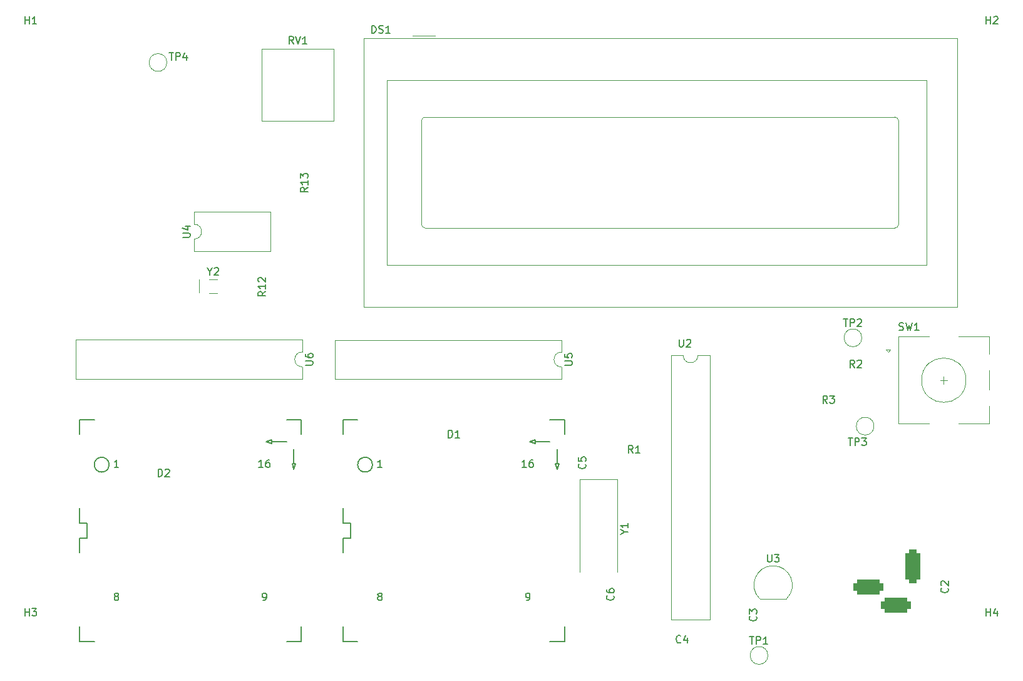
<source format=gbr>
%TF.GenerationSoftware,KiCad,Pcbnew,(6.0.5)*%
%TF.CreationDate,2022-07-17T13:29:05-04:00*%
%TF.ProjectId,Clock,436c6f63-6b2e-46b6-9963-61645f706362,rev?*%
%TF.SameCoordinates,PX4c4b400PY8a48640*%
%TF.FileFunction,Legend,Top*%
%TF.FilePolarity,Positive*%
%FSLAX46Y46*%
G04 Gerber Fmt 4.6, Leading zero omitted, Abs format (unit mm)*
G04 Created by KiCad (PCBNEW (6.0.5)) date 2022-07-17 13:29:05*
%MOMM*%
%LPD*%
G01*
G04 APERTURE LIST*
G04 Aperture macros list*
%AMRoundRect*
0 Rectangle with rounded corners*
0 $1 Rounding radius*
0 $2 $3 $4 $5 $6 $7 $8 $9 X,Y pos of 4 corners*
0 Add a 4 corners polygon primitive as box body*
4,1,4,$2,$3,$4,$5,$6,$7,$8,$9,$2,$3,0*
0 Add four circle primitives for the rounded corners*
1,1,$1+$1,$2,$3*
1,1,$1+$1,$4,$5*
1,1,$1+$1,$6,$7*
1,1,$1+$1,$8,$9*
0 Add four rect primitives between the rounded corners*
20,1,$1+$1,$2,$3,$4,$5,0*
20,1,$1+$1,$4,$5,$6,$7,0*
20,1,$1+$1,$6,$7,$8,$9,0*
20,1,$1+$1,$8,$9,$2,$3,0*%
G04 Aperture macros list end*
%ADD10C,0.150000*%
%ADD11C,0.120000*%
%ADD12C,3.200000*%
%ADD13R,2.000000X2.000000*%
%ADD14C,2.000000*%
%ADD15R,1.000000X1.800000*%
%ADD16R,1.150000X1.400000*%
%ADD17R,1.600000X1.600000*%
%ADD18O,1.600000X1.600000*%
%ADD19R,1.400000X1.150000*%
%ADD20C,1.524000*%
%ADD21R,2.000000X4.500000*%
%ADD22C,3.000000*%
%ADD23R,1.800000X2.600000*%
%ADD24O,1.800000X2.600000*%
%ADD25C,1.440000*%
%ADD26R,1.050000X1.500000*%
%ADD27O,1.050000X1.500000*%
%ADD28RoundRect,0.500000X0.500000X-1.750000X0.500000X1.750000X-0.500000X1.750000X-0.500000X-1.750000X0*%
%ADD29RoundRect,0.500000X1.500000X0.500000X-1.500000X0.500000X-1.500000X-0.500000X1.500000X-0.500000X0*%
%ADD30R,3.000000X3.000000*%
%ADD31R,1.700000X1.700000*%
%ADD32O,1.700000X1.700000*%
G04 APERTURE END LIST*
D10*
%TO.C,SW1*%
X122466666Y47395239D02*
X122609523Y47347620D01*
X122847619Y47347620D01*
X122942857Y47395239D01*
X122990476Y47442858D01*
X123038095Y47538096D01*
X123038095Y47633334D01*
X122990476Y47728572D01*
X122942857Y47776191D01*
X122847619Y47823810D01*
X122657142Y47871429D01*
X122561904Y47919048D01*
X122514285Y47966667D01*
X122466666Y48061905D01*
X122466666Y48157143D01*
X122514285Y48252381D01*
X122561904Y48300000D01*
X122657142Y48347620D01*
X122895238Y48347620D01*
X123038095Y48300000D01*
X123371428Y48347620D02*
X123609523Y47347620D01*
X123800000Y48061905D01*
X123990476Y47347620D01*
X124228571Y48347620D01*
X125133333Y47347620D02*
X124561904Y47347620D01*
X124847619Y47347620D02*
X124847619Y48347620D01*
X124752380Y48204762D01*
X124657142Y48109524D01*
X124561904Y48061905D01*
%TO.C,Y2*%
X29241809Y55269810D02*
X29241809Y54793620D01*
X28908476Y55793620D02*
X29241809Y55269810D01*
X29575142Y55793620D01*
X29860857Y55698381D02*
X29908476Y55746000D01*
X30003714Y55793620D01*
X30241809Y55793620D01*
X30337047Y55746000D01*
X30384666Y55698381D01*
X30432285Y55603143D01*
X30432285Y55507905D01*
X30384666Y55365048D01*
X29813238Y54793620D01*
X30432285Y54793620D01*
%TO.C,R1*%
X86457333Y30754620D02*
X86124000Y31230810D01*
X85885904Y30754620D02*
X85885904Y31754620D01*
X86266857Y31754620D01*
X86362095Y31707000D01*
X86409714Y31659381D01*
X86457333Y31564143D01*
X86457333Y31421286D01*
X86409714Y31326048D01*
X86362095Y31278429D01*
X86266857Y31230810D01*
X85885904Y31230810D01*
X87409714Y30754620D02*
X86838285Y30754620D01*
X87124000Y30754620D02*
X87124000Y31754620D01*
X87028761Y31611762D01*
X86933523Y31516524D01*
X86838285Y31468905D01*
%TO.C,H4*%
X134238095Y8747620D02*
X134238095Y9747620D01*
X134238095Y9271429D02*
X134809523Y9271429D01*
X134809523Y8747620D02*
X134809523Y9747620D01*
X135714285Y9414286D02*
X135714285Y8747620D01*
X135476190Y9795239D02*
X135238095Y9080953D01*
X135857142Y9080953D01*
%TO.C,U5*%
X77235380Y42628096D02*
X78044904Y42628096D01*
X78140142Y42675715D01*
X78187761Y42723334D01*
X78235380Y42818572D01*
X78235380Y43009048D01*
X78187761Y43104286D01*
X78140142Y43151905D01*
X78044904Y43199524D01*
X77235380Y43199524D01*
X77235380Y44151905D02*
X77235380Y43675715D01*
X77711571Y43628096D01*
X77663952Y43675715D01*
X77616333Y43770953D01*
X77616333Y44009048D01*
X77663952Y44104286D01*
X77711571Y44151905D01*
X77806809Y44199524D01*
X78044904Y44199524D01*
X78140142Y44151905D01*
X78187761Y44104286D01*
X78235380Y44009048D01*
X78235380Y43770953D01*
X78187761Y43675715D01*
X78140142Y43628096D01*
%TO.C,C6*%
X83805142Y11483334D02*
X83852761Y11435715D01*
X83900380Y11292858D01*
X83900380Y11197620D01*
X83852761Y11054762D01*
X83757523Y10959524D01*
X83662285Y10911905D01*
X83471809Y10864286D01*
X83328952Y10864286D01*
X83138476Y10911905D01*
X83043238Y10959524D01*
X82948000Y11054762D01*
X82900380Y11197620D01*
X82900380Y11292858D01*
X82948000Y11435715D01*
X82995619Y11483334D01*
X82900380Y12340477D02*
X82900380Y12150000D01*
X82948000Y12054762D01*
X82995619Y12007143D01*
X83138476Y11911905D01*
X83328952Y11864286D01*
X83709904Y11864286D01*
X83805142Y11911905D01*
X83852761Y11959524D01*
X83900380Y12054762D01*
X83900380Y12245239D01*
X83852761Y12340477D01*
X83805142Y12388096D01*
X83709904Y12435715D01*
X83471809Y12435715D01*
X83376571Y12388096D01*
X83328952Y12340477D01*
X83281333Y12245239D01*
X83281333Y12054762D01*
X83328952Y11959524D01*
X83376571Y11911905D01*
X83471809Y11864286D01*
%TO.C,D2*%
X22258904Y27580620D02*
X22258904Y28580620D01*
X22497000Y28580620D01*
X22639857Y28533000D01*
X22735095Y28437762D01*
X22782714Y28342524D01*
X22830333Y28152048D01*
X22830333Y28009191D01*
X22782714Y27818715D01*
X22735095Y27723477D01*
X22639857Y27628239D01*
X22497000Y27580620D01*
X22258904Y27580620D01*
X23211285Y28485381D02*
X23258904Y28533000D01*
X23354142Y28580620D01*
X23592238Y28580620D01*
X23687476Y28533000D01*
X23735095Y28485381D01*
X23782714Y28390143D01*
X23782714Y28294905D01*
X23735095Y28152048D01*
X23163666Y27580620D01*
X23782714Y27580620D01*
X36427523Y28833620D02*
X35856095Y28833620D01*
X36141809Y28833620D02*
X36141809Y29833620D01*
X36046571Y29690762D01*
X35951333Y29595524D01*
X35856095Y29547905D01*
X37284666Y29833620D02*
X37094190Y29833620D01*
X36998952Y29786000D01*
X36951333Y29738381D01*
X36856095Y29595524D01*
X36808476Y29405048D01*
X36808476Y29024096D01*
X36856095Y28928858D01*
X36903714Y28881239D01*
X36998952Y28833620D01*
X37189428Y28833620D01*
X37284666Y28881239D01*
X37332285Y28928858D01*
X37379904Y29024096D01*
X37379904Y29262191D01*
X37332285Y29357429D01*
X37284666Y29405048D01*
X37189428Y29452667D01*
X36998952Y29452667D01*
X36903714Y29405048D01*
X36856095Y29357429D01*
X36808476Y29262191D01*
X16522761Y11405048D02*
X16427523Y11452667D01*
X16379904Y11500286D01*
X16332285Y11595524D01*
X16332285Y11643143D01*
X16379904Y11738381D01*
X16427523Y11786000D01*
X16522761Y11833620D01*
X16713238Y11833620D01*
X16808476Y11786000D01*
X16856095Y11738381D01*
X16903714Y11643143D01*
X16903714Y11595524D01*
X16856095Y11500286D01*
X16808476Y11452667D01*
X16713238Y11405048D01*
X16522761Y11405048D01*
X16427523Y11357429D01*
X16379904Y11309810D01*
X16332285Y11214572D01*
X16332285Y11024096D01*
X16379904Y10928858D01*
X16427523Y10881239D01*
X16522761Y10833620D01*
X16713238Y10833620D01*
X16808476Y10881239D01*
X16856095Y10928858D01*
X16903714Y11024096D01*
X16903714Y11214572D01*
X16856095Y11309810D01*
X16808476Y11357429D01*
X16713238Y11405048D01*
X36427523Y10833620D02*
X36618000Y10833620D01*
X36713238Y10881239D01*
X36760857Y10928858D01*
X36856095Y11071715D01*
X36903714Y11262191D01*
X36903714Y11643143D01*
X36856095Y11738381D01*
X36808476Y11786000D01*
X36713238Y11833620D01*
X36522761Y11833620D01*
X36427523Y11786000D01*
X36379904Y11738381D01*
X36332285Y11643143D01*
X36332285Y11405048D01*
X36379904Y11309810D01*
X36427523Y11262191D01*
X36522761Y11214572D01*
X36713238Y11214572D01*
X36808476Y11262191D01*
X36856095Y11309810D01*
X36903714Y11405048D01*
X16903714Y28833620D02*
X16332285Y28833620D01*
X16618000Y28833620D02*
X16618000Y29833620D01*
X16522761Y29690762D01*
X16427523Y29595524D01*
X16332285Y29547905D01*
%TO.C,TP2*%
X114953095Y48866620D02*
X115524523Y48866620D01*
X115238809Y47866620D02*
X115238809Y48866620D01*
X115857857Y47866620D02*
X115857857Y48866620D01*
X116238809Y48866620D01*
X116334047Y48819000D01*
X116381666Y48771381D01*
X116429285Y48676143D01*
X116429285Y48533286D01*
X116381666Y48438048D01*
X116334047Y48390429D01*
X116238809Y48342810D01*
X115857857Y48342810D01*
X116810238Y48771381D02*
X116857857Y48819000D01*
X116953095Y48866620D01*
X117191190Y48866620D01*
X117286428Y48819000D01*
X117334047Y48771381D01*
X117381666Y48676143D01*
X117381666Y48580905D01*
X117334047Y48438048D01*
X116762619Y47866620D01*
X117381666Y47866620D01*
%TO.C,C3*%
X103109142Y8689334D02*
X103156761Y8641715D01*
X103204380Y8498858D01*
X103204380Y8403620D01*
X103156761Y8260762D01*
X103061523Y8165524D01*
X102966285Y8117905D01*
X102775809Y8070286D01*
X102632952Y8070286D01*
X102442476Y8117905D01*
X102347238Y8165524D01*
X102252000Y8260762D01*
X102204380Y8403620D01*
X102204380Y8498858D01*
X102252000Y8641715D01*
X102299619Y8689334D01*
X102204380Y9022667D02*
X102204380Y9641715D01*
X102585333Y9308381D01*
X102585333Y9451239D01*
X102632952Y9546477D01*
X102680571Y9594096D01*
X102775809Y9641715D01*
X103013904Y9641715D01*
X103109142Y9594096D01*
X103156761Y9546477D01*
X103204380Y9451239D01*
X103204380Y9165524D01*
X103156761Y9070286D01*
X103109142Y9022667D01*
%TO.C,C4*%
X92934333Y5195858D02*
X92886714Y5148239D01*
X92743857Y5100620D01*
X92648619Y5100620D01*
X92505761Y5148239D01*
X92410523Y5243477D01*
X92362904Y5338715D01*
X92315285Y5529191D01*
X92315285Y5672048D01*
X92362904Y5862524D01*
X92410523Y5957762D01*
X92505761Y6053000D01*
X92648619Y6100620D01*
X92743857Y6100620D01*
X92886714Y6053000D01*
X92934333Y6005381D01*
X93791476Y5767286D02*
X93791476Y5100620D01*
X93553380Y6148239D02*
X93315285Y5433953D01*
X93934333Y5433953D01*
%TO.C,R12*%
X36784380Y52575143D02*
X36308190Y52241810D01*
X36784380Y52003715D02*
X35784380Y52003715D01*
X35784380Y52384667D01*
X35832000Y52479905D01*
X35879619Y52527524D01*
X35974857Y52575143D01*
X36117714Y52575143D01*
X36212952Y52527524D01*
X36260571Y52479905D01*
X36308190Y52384667D01*
X36308190Y52003715D01*
X36784380Y53527524D02*
X36784380Y52956096D01*
X36784380Y53241810D02*
X35784380Y53241810D01*
X35927238Y53146572D01*
X36022476Y53051334D01*
X36070095Y52956096D01*
X35879619Y53908477D02*
X35832000Y53956096D01*
X35784380Y54051334D01*
X35784380Y54289429D01*
X35832000Y54384667D01*
X35879619Y54432286D01*
X35974857Y54479905D01*
X36070095Y54479905D01*
X36212952Y54432286D01*
X36784380Y53860858D01*
X36784380Y54479905D01*
%TO.C,Y1*%
X85324190Y20063810D02*
X85800380Y20063810D01*
X84800380Y19730477D02*
X85324190Y20063810D01*
X84800380Y20397143D01*
X85800380Y21254286D02*
X85800380Y20682858D01*
X85800380Y20968572D02*
X84800380Y20968572D01*
X84943238Y20873334D01*
X85038476Y20778096D01*
X85086095Y20682858D01*
%TO.C,TP1*%
X102253095Y5940620D02*
X102824523Y5940620D01*
X102538809Y4940620D02*
X102538809Y5940620D01*
X103157857Y4940620D02*
X103157857Y5940620D01*
X103538809Y5940620D01*
X103634047Y5893000D01*
X103681666Y5845381D01*
X103729285Y5750143D01*
X103729285Y5607286D01*
X103681666Y5512048D01*
X103634047Y5464429D01*
X103538809Y5416810D01*
X103157857Y5416810D01*
X104681666Y4940620D02*
X104110238Y4940620D01*
X104395952Y4940620D02*
X104395952Y5940620D01*
X104300714Y5797762D01*
X104205476Y5702524D01*
X104110238Y5654905D01*
%TO.C,C5*%
X79997142Y29263334D02*
X80044761Y29215715D01*
X80092380Y29072858D01*
X80092380Y28977620D01*
X80044761Y28834762D01*
X79949523Y28739524D01*
X79854285Y28691905D01*
X79663809Y28644286D01*
X79520952Y28644286D01*
X79330476Y28691905D01*
X79235238Y28739524D01*
X79140000Y28834762D01*
X79092380Y28977620D01*
X79092380Y29072858D01*
X79140000Y29215715D01*
X79187619Y29263334D01*
X79092380Y30168096D02*
X79092380Y29691905D01*
X79568571Y29644286D01*
X79520952Y29691905D01*
X79473333Y29787143D01*
X79473333Y30025239D01*
X79520952Y30120477D01*
X79568571Y30168096D01*
X79663809Y30215715D01*
X79901904Y30215715D01*
X79997142Y30168096D01*
X80044761Y30120477D01*
X80092380Y30025239D01*
X80092380Y29787143D01*
X80044761Y29691905D01*
X79997142Y29644286D01*
%TO.C,U6*%
X42178380Y42638096D02*
X42987904Y42638096D01*
X43083142Y42685715D01*
X43130761Y42733334D01*
X43178380Y42828572D01*
X43178380Y43019048D01*
X43130761Y43114286D01*
X43083142Y43161905D01*
X42987904Y43209524D01*
X42178380Y43209524D01*
X42178380Y44114286D02*
X42178380Y43923810D01*
X42226000Y43828572D01*
X42273619Y43780953D01*
X42416476Y43685715D01*
X42606952Y43638096D01*
X42987904Y43638096D01*
X43083142Y43685715D01*
X43130761Y43733334D01*
X43178380Y43828572D01*
X43178380Y44019048D01*
X43130761Y44114286D01*
X43083142Y44161905D01*
X42987904Y44209524D01*
X42749809Y44209524D01*
X42654571Y44161905D01*
X42606952Y44114286D01*
X42559333Y44019048D01*
X42559333Y43828572D01*
X42606952Y43733334D01*
X42654571Y43685715D01*
X42749809Y43638096D01*
%TO.C,H2*%
X134238095Y88747620D02*
X134238095Y89747620D01*
X134238095Y89271429D02*
X134809523Y89271429D01*
X134809523Y88747620D02*
X134809523Y89747620D01*
X135238095Y89652381D02*
X135285714Y89700000D01*
X135380952Y89747620D01*
X135619047Y89747620D01*
X135714285Y89700000D01*
X135761904Y89652381D01*
X135809523Y89557143D01*
X135809523Y89461905D01*
X135761904Y89319048D01*
X135190476Y88747620D01*
X135809523Y88747620D01*
%TO.C,H3*%
X4238095Y8747620D02*
X4238095Y9747620D01*
X4238095Y9271429D02*
X4809523Y9271429D01*
X4809523Y8747620D02*
X4809523Y9747620D01*
X5190476Y9747620D02*
X5809523Y9747620D01*
X5476190Y9366667D01*
X5619047Y9366667D01*
X5714285Y9319048D01*
X5761904Y9271429D01*
X5809523Y9176191D01*
X5809523Y8938096D01*
X5761904Y8842858D01*
X5714285Y8795239D01*
X5619047Y8747620D01*
X5333333Y8747620D01*
X5238095Y8795239D01*
X5190476Y8842858D01*
%TO.C,TP3*%
X115588095Y32771620D02*
X116159523Y32771620D01*
X115873809Y31771620D02*
X115873809Y32771620D01*
X116492857Y31771620D02*
X116492857Y32771620D01*
X116873809Y32771620D01*
X116969047Y32724000D01*
X117016666Y32676381D01*
X117064285Y32581143D01*
X117064285Y32438286D01*
X117016666Y32343048D01*
X116969047Y32295429D01*
X116873809Y32247810D01*
X116492857Y32247810D01*
X117397619Y32771620D02*
X118016666Y32771620D01*
X117683333Y32390667D01*
X117826190Y32390667D01*
X117921428Y32343048D01*
X117969047Y32295429D01*
X118016666Y32200191D01*
X118016666Y31962096D01*
X117969047Y31866858D01*
X117921428Y31819239D01*
X117826190Y31771620D01*
X117540476Y31771620D01*
X117445238Y31819239D01*
X117397619Y31866858D01*
%TO.C,R13*%
X42499380Y66633143D02*
X42023190Y66299810D01*
X42499380Y66061715D02*
X41499380Y66061715D01*
X41499380Y66442667D01*
X41547000Y66537905D01*
X41594619Y66585524D01*
X41689857Y66633143D01*
X41832714Y66633143D01*
X41927952Y66585524D01*
X41975571Y66537905D01*
X42023190Y66442667D01*
X42023190Y66061715D01*
X42499380Y67585524D02*
X42499380Y67014096D01*
X42499380Y67299810D02*
X41499380Y67299810D01*
X41642238Y67204572D01*
X41737476Y67109334D01*
X41785095Y67014096D01*
X41499380Y67918858D02*
X41499380Y68537905D01*
X41880333Y68204572D01*
X41880333Y68347429D01*
X41927952Y68442667D01*
X41975571Y68490286D01*
X42070809Y68537905D01*
X42308904Y68537905D01*
X42404142Y68490286D01*
X42451761Y68442667D01*
X42499380Y68347429D01*
X42499380Y68061715D01*
X42451761Y67966477D01*
X42404142Y67918858D01*
%TO.C,H1*%
X4238095Y88747620D02*
X4238095Y89747620D01*
X4238095Y89271429D02*
X4809523Y89271429D01*
X4809523Y88747620D02*
X4809523Y89747620D01*
X5809523Y88747620D02*
X5238095Y88747620D01*
X5523809Y88747620D02*
X5523809Y89747620D01*
X5428571Y89604762D01*
X5333333Y89509524D01*
X5238095Y89461905D01*
%TO.C,DS1*%
X51145714Y87515120D02*
X51145714Y88515120D01*
X51383809Y88515120D01*
X51526666Y88467500D01*
X51621904Y88372262D01*
X51669523Y88277024D01*
X51717142Y88086548D01*
X51717142Y87943691D01*
X51669523Y87753215D01*
X51621904Y87657977D01*
X51526666Y87562739D01*
X51383809Y87515120D01*
X51145714Y87515120D01*
X52098095Y87562739D02*
X52240952Y87515120D01*
X52479047Y87515120D01*
X52574285Y87562739D01*
X52621904Y87610358D01*
X52669523Y87705596D01*
X52669523Y87800834D01*
X52621904Y87896072D01*
X52574285Y87943691D01*
X52479047Y87991310D01*
X52288571Y88038929D01*
X52193333Y88086548D01*
X52145714Y88134167D01*
X52098095Y88229405D01*
X52098095Y88324643D01*
X52145714Y88419881D01*
X52193333Y88467500D01*
X52288571Y88515120D01*
X52526666Y88515120D01*
X52669523Y88467500D01*
X53621904Y87515120D02*
X53050476Y87515120D01*
X53336190Y87515120D02*
X53336190Y88515120D01*
X53240952Y88372262D01*
X53145714Y88277024D01*
X53050476Y88229405D01*
%TO.C,R2*%
X116429333Y42312620D02*
X116096000Y42788810D01*
X115857904Y42312620D02*
X115857904Y43312620D01*
X116238857Y43312620D01*
X116334095Y43265000D01*
X116381714Y43217381D01*
X116429333Y43122143D01*
X116429333Y42979286D01*
X116381714Y42884048D01*
X116334095Y42836429D01*
X116238857Y42788810D01*
X115857904Y42788810D01*
X116810285Y43217381D02*
X116857904Y43265000D01*
X116953142Y43312620D01*
X117191238Y43312620D01*
X117286476Y43265000D01*
X117334095Y43217381D01*
X117381714Y43122143D01*
X117381714Y43026905D01*
X117334095Y42884048D01*
X116762666Y42312620D01*
X117381714Y42312620D01*
%TO.C,U4*%
X25580380Y59910096D02*
X26389904Y59910096D01*
X26485142Y59957715D01*
X26532761Y60005334D01*
X26580380Y60100572D01*
X26580380Y60291048D01*
X26532761Y60386286D01*
X26485142Y60433905D01*
X26389904Y60481524D01*
X25580380Y60481524D01*
X25913714Y61386286D02*
X26580380Y61386286D01*
X25532761Y61148191D02*
X26247047Y60910096D01*
X26247047Y61529143D01*
%TO.C,RV1*%
X40547761Y86046620D02*
X40214428Y86522810D01*
X39976333Y86046620D02*
X39976333Y87046620D01*
X40357285Y87046620D01*
X40452523Y86999000D01*
X40500142Y86951381D01*
X40547761Y86856143D01*
X40547761Y86713286D01*
X40500142Y86618048D01*
X40452523Y86570429D01*
X40357285Y86522810D01*
X39976333Y86522810D01*
X40833476Y87046620D02*
X41166809Y86046620D01*
X41500142Y87046620D01*
X42357285Y86046620D02*
X41785857Y86046620D01*
X42071571Y86046620D02*
X42071571Y87046620D01*
X41976333Y86903762D01*
X41881095Y86808524D01*
X41785857Y86760905D01*
%TO.C,TP4*%
X23767095Y84841620D02*
X24338523Y84841620D01*
X24052809Y83841620D02*
X24052809Y84841620D01*
X24671857Y83841620D02*
X24671857Y84841620D01*
X25052809Y84841620D01*
X25148047Y84794000D01*
X25195666Y84746381D01*
X25243285Y84651143D01*
X25243285Y84508286D01*
X25195666Y84413048D01*
X25148047Y84365429D01*
X25052809Y84317810D01*
X24671857Y84317810D01*
X26100428Y84508286D02*
X26100428Y83841620D01*
X25862333Y84889239D02*
X25624238Y84174953D01*
X26243285Y84174953D01*
%TO.C,C2*%
X129017142Y12499334D02*
X129064761Y12451715D01*
X129112380Y12308858D01*
X129112380Y12213620D01*
X129064761Y12070762D01*
X128969523Y11975524D01*
X128874285Y11927905D01*
X128683809Y11880286D01*
X128540952Y11880286D01*
X128350476Y11927905D01*
X128255238Y11975524D01*
X128160000Y12070762D01*
X128112380Y12213620D01*
X128112380Y12308858D01*
X128160000Y12451715D01*
X128207619Y12499334D01*
X128207619Y12880286D02*
X128160000Y12927905D01*
X128112380Y13023143D01*
X128112380Y13261239D01*
X128160000Y13356477D01*
X128207619Y13404096D01*
X128302857Y13451715D01*
X128398095Y13451715D01*
X128540952Y13404096D01*
X129112380Y12832667D01*
X129112380Y13451715D01*
%TO.C,U2*%
X92720095Y46106620D02*
X92720095Y45297096D01*
X92767714Y45201858D01*
X92815333Y45154239D01*
X92910571Y45106620D01*
X93101047Y45106620D01*
X93196285Y45154239D01*
X93243904Y45201858D01*
X93291523Y45297096D01*
X93291523Y46106620D01*
X93720095Y46011381D02*
X93767714Y46059000D01*
X93862952Y46106620D01*
X94101047Y46106620D01*
X94196285Y46059000D01*
X94243904Y46011381D01*
X94291523Y45916143D01*
X94291523Y45820905D01*
X94243904Y45678048D01*
X93672476Y45106620D01*
X94291523Y45106620D01*
%TO.C,U3*%
X104658095Y17027620D02*
X104658095Y16218096D01*
X104705714Y16122858D01*
X104753333Y16075239D01*
X104848571Y16027620D01*
X105039047Y16027620D01*
X105134285Y16075239D01*
X105181904Y16122858D01*
X105229523Y16218096D01*
X105229523Y17027620D01*
X105610476Y17027620D02*
X106229523Y17027620D01*
X105896190Y16646667D01*
X106039047Y16646667D01*
X106134285Y16599048D01*
X106181904Y16551429D01*
X106229523Y16456191D01*
X106229523Y16218096D01*
X106181904Y16122858D01*
X106134285Y16075239D01*
X106039047Y16027620D01*
X105753333Y16027620D01*
X105658095Y16075239D01*
X105610476Y16122858D01*
%TO.C,R3*%
X112746333Y37486620D02*
X112413000Y37962810D01*
X112174904Y37486620D02*
X112174904Y38486620D01*
X112555857Y38486620D01*
X112651095Y38439000D01*
X112698714Y38391381D01*
X112746333Y38296143D01*
X112746333Y38153286D01*
X112698714Y38058048D01*
X112651095Y38010429D01*
X112555857Y37962810D01*
X112174904Y37962810D01*
X113079666Y38486620D02*
X113698714Y38486620D01*
X113365380Y38105667D01*
X113508238Y38105667D01*
X113603476Y38058048D01*
X113651095Y38010429D01*
X113698714Y37915191D01*
X113698714Y37677096D01*
X113651095Y37581858D01*
X113603476Y37534239D01*
X113508238Y37486620D01*
X113222523Y37486620D01*
X113127285Y37534239D01*
X113079666Y37581858D01*
%TO.C,D1*%
X61501904Y32833620D02*
X61501904Y33833620D01*
X61740000Y33833620D01*
X61882857Y33786000D01*
X61978095Y33690762D01*
X62025714Y33595524D01*
X62073333Y33405048D01*
X62073333Y33262191D01*
X62025714Y33071715D01*
X61978095Y32976477D01*
X61882857Y32881239D01*
X61740000Y32833620D01*
X61501904Y32833620D01*
X63025714Y32833620D02*
X62454285Y32833620D01*
X62740000Y32833620D02*
X62740000Y33833620D01*
X62644761Y33690762D01*
X62549523Y33595524D01*
X62454285Y33547905D01*
X52525714Y28833620D02*
X51954285Y28833620D01*
X52240000Y28833620D02*
X52240000Y29833620D01*
X52144761Y29690762D01*
X52049523Y29595524D01*
X51954285Y29547905D01*
X72049523Y10833620D02*
X72240000Y10833620D01*
X72335238Y10881239D01*
X72382857Y10928858D01*
X72478095Y11071715D01*
X72525714Y11262191D01*
X72525714Y11643143D01*
X72478095Y11738381D01*
X72430476Y11786000D01*
X72335238Y11833620D01*
X72144761Y11833620D01*
X72049523Y11786000D01*
X72001904Y11738381D01*
X71954285Y11643143D01*
X71954285Y11405048D01*
X72001904Y11309810D01*
X72049523Y11262191D01*
X72144761Y11214572D01*
X72335238Y11214572D01*
X72430476Y11262191D01*
X72478095Y11309810D01*
X72525714Y11405048D01*
X52144761Y11405048D02*
X52049523Y11452667D01*
X52001904Y11500286D01*
X51954285Y11595524D01*
X51954285Y11643143D01*
X52001904Y11738381D01*
X52049523Y11786000D01*
X52144761Y11833620D01*
X52335238Y11833620D01*
X52430476Y11786000D01*
X52478095Y11738381D01*
X52525714Y11643143D01*
X52525714Y11595524D01*
X52478095Y11500286D01*
X52430476Y11452667D01*
X52335238Y11405048D01*
X52144761Y11405048D01*
X52049523Y11357429D01*
X52001904Y11309810D01*
X51954285Y11214572D01*
X51954285Y11024096D01*
X52001904Y10928858D01*
X52049523Y10881239D01*
X52144761Y10833620D01*
X52335238Y10833620D01*
X52430476Y10881239D01*
X52478095Y10928858D01*
X52525714Y11024096D01*
X52525714Y11214572D01*
X52478095Y11309810D01*
X52430476Y11357429D01*
X52335238Y11405048D01*
X72049523Y28833620D02*
X71478095Y28833620D01*
X71763809Y28833620D02*
X71763809Y29833620D01*
X71668571Y29690762D01*
X71573333Y29595524D01*
X71478095Y29547905D01*
X72906666Y29833620D02*
X72716190Y29833620D01*
X72620952Y29786000D01*
X72573333Y29738381D01*
X72478095Y29595524D01*
X72430476Y29405048D01*
X72430476Y29024096D01*
X72478095Y28928858D01*
X72525714Y28881239D01*
X72620952Y28833620D01*
X72811428Y28833620D01*
X72906666Y28881239D01*
X72954285Y28928858D01*
X73001904Y29024096D01*
X73001904Y29262191D01*
X72954285Y29357429D01*
X72906666Y29405048D01*
X72811428Y29452667D01*
X72620952Y29452667D01*
X72525714Y29405048D01*
X72478095Y29357429D01*
X72430476Y29262191D01*
D11*
%TO.C,SW1*%
X122400000Y46500000D02*
X122400000Y34700000D01*
X134600000Y46500000D02*
X134600000Y44100000D01*
X130500000Y46500000D02*
X134600000Y46500000D01*
X126500000Y34700000D02*
X122400000Y34700000D01*
X126500000Y46500000D02*
X122400000Y46500000D01*
X134600000Y41900000D02*
X134600000Y39300000D01*
X128500000Y41100000D02*
X128500000Y40100000D01*
X121000000Y44400000D02*
X120700000Y44700000D01*
X120700000Y44700000D02*
X121300000Y44700000D01*
X128000000Y40600000D02*
X129000000Y40600000D01*
X134600000Y37100000D02*
X134600000Y34700000D01*
X134600000Y34700000D02*
X130500000Y34700000D01*
X121300000Y44700000D02*
X121000000Y44400000D01*
X131500000Y40600000D02*
G75*
G03*
X131500000Y40600000I-3000000J0D01*
G01*
%TO.C,Y2*%
X29168000Y52346000D02*
X30268000Y52346000D01*
X29168000Y54246000D02*
X30268000Y54246000D01*
X27768000Y54196000D02*
X27768000Y52396000D01*
%TO.C,U5*%
X76783000Y40740000D02*
X76783000Y42390000D01*
X46183000Y40740000D02*
X76783000Y40740000D01*
X76783000Y44390000D02*
X76783000Y46040000D01*
X76783000Y46040000D02*
X46183000Y46040000D01*
X46183000Y46040000D02*
X46183000Y40740000D01*
X76783000Y44390000D02*
G75*
G03*
X76783000Y42390000I0J-1000000D01*
G01*
D10*
%TO.C,D2*%
X41618000Y7286000D02*
X41618000Y5286000D01*
X11618000Y5286000D02*
X11618000Y7286000D01*
X40868000Y29286000D02*
X40618000Y28536000D01*
X12618000Y21286000D02*
X12618000Y19286000D01*
X41618000Y5286000D02*
X39618000Y5286000D01*
X13618000Y5286000D02*
X11618000Y5286000D01*
X41618000Y35286000D02*
X41618000Y33286000D01*
X11618000Y33286000D02*
X11618000Y35286000D01*
X37618000Y32536000D02*
X36868000Y32286000D01*
X40618000Y31286000D02*
X40618000Y29286000D01*
X40368000Y29286000D02*
X40868000Y29286000D01*
X11618000Y35286000D02*
X13618000Y35286000D01*
X37618000Y32036000D02*
X37618000Y32536000D01*
X39618000Y32286000D02*
X37618000Y32286000D01*
X11618000Y21286000D02*
X11618000Y23286000D01*
X11618000Y19286000D02*
X11618000Y17286000D01*
X11618000Y21286000D02*
X12618000Y21286000D01*
X39618000Y35286000D02*
X41618000Y35286000D01*
X40618000Y28536000D02*
X40368000Y29286000D01*
X36868000Y32286000D02*
X37618000Y32036000D01*
X12618000Y19286000D02*
X11618000Y19286000D01*
X15618000Y29176000D02*
G75*
G03*
X15618000Y29176000I-1000000J0D01*
G01*
D11*
%TO.C,TP2*%
X117415000Y46321000D02*
G75*
G03*
X117415000Y46321000I-1200000J0D01*
G01*
%TO.C,Y1*%
X84348000Y14640000D02*
X84348000Y27240000D01*
X79248000Y27240000D02*
X79248000Y14640000D01*
X84348000Y27240000D02*
X79248000Y27240000D01*
%TO.C,TP1*%
X104715000Y3395000D02*
G75*
G03*
X104715000Y3395000I-1200000J0D01*
G01*
%TO.C,U6*%
X41726000Y40750000D02*
X41726000Y42400000D01*
X41726000Y44400000D02*
X41726000Y46050000D01*
X41726000Y46050000D02*
X11126000Y46050000D01*
X11126000Y40750000D02*
X41726000Y40750000D01*
X11126000Y46050000D02*
X11126000Y40750000D01*
X41726000Y44400000D02*
G75*
G03*
X41726000Y42400000I0J-1000000D01*
G01*
%TO.C,TP3*%
X119066000Y34383000D02*
G75*
G03*
X119066000Y34383000I-1200000J0D01*
G01*
%TO.C,DS1*%
X53180000Y56157500D02*
X53180000Y81157500D01*
X130320000Y50517500D02*
X130320000Y86797500D01*
X57880280Y61658180D02*
X57880280Y75657500D01*
X121880660Y61157500D02*
X58380000Y61157500D01*
X50050000Y86797500D02*
X50840000Y86797500D01*
X126180000Y81157500D02*
X126180000Y56157500D01*
X56680000Y87157500D02*
X59680000Y87157500D01*
X130320000Y86797500D02*
X50840000Y86797500D01*
X53180000Y81157500D02*
X126180000Y81157500D01*
X58380000Y76157500D02*
X121880000Y76157500D01*
X126180000Y56157500D02*
X53180000Y56157500D01*
X122380000Y75657500D02*
X122380000Y61657500D01*
X50040000Y86797500D02*
X50040000Y50517500D01*
X50040000Y50517500D02*
X130320000Y50517500D01*
X58380660Y76159040D02*
G75*
G03*
X57880280Y75658660I0J-500380D01*
G01*
X122380000Y75657500D02*
G75*
G03*
X121880000Y76157500I-500000J0D01*
G01*
X57880280Y61658180D02*
G75*
G03*
X58380660Y61157800I500380J0D01*
G01*
X121880660Y61157760D02*
G75*
G03*
X122381040Y61658180I-60J500440D01*
G01*
%TO.C,U4*%
X37408000Y63322000D02*
X27128000Y63322000D01*
X27128000Y58022000D02*
X37408000Y58022000D01*
X27128000Y59672000D02*
X27128000Y58022000D01*
X37408000Y58022000D02*
X37408000Y63322000D01*
X27128000Y63322000D02*
X27128000Y61672000D01*
X27128000Y59672000D02*
G75*
G03*
X27128000Y61672000I0J1000000D01*
G01*
%TO.C,RV1*%
X36258000Y75599000D02*
X46028000Y75599000D01*
X36258000Y85369000D02*
X36258000Y75599000D01*
X46028000Y85369000D02*
X46028000Y75599000D01*
X36258000Y85369000D02*
X46028000Y85369000D01*
%TO.C,TP4*%
X23435000Y83532000D02*
G75*
G03*
X23435000Y83532000I-1200000J0D01*
G01*
%TO.C,U2*%
X96904000Y43958000D02*
X95254000Y43958000D01*
X91604000Y8278000D02*
X96904000Y8278000D01*
X96904000Y8278000D02*
X96904000Y43958000D01*
X91604000Y43958000D02*
X91604000Y8278000D01*
X93254000Y43958000D02*
X91604000Y43958000D01*
X93254000Y43958000D02*
G75*
G03*
X95254000Y43958000I1000000J0D01*
G01*
%TO.C,U3*%
X103620000Y11070000D02*
X107220000Y11070000D01*
X107258478Y11081522D02*
G75*
G03*
X105420000Y15520000I-1838478J1838478D01*
G01*
X105420000Y15520001D02*
G75*
G03*
X103581522Y11081522I0J-2600001D01*
G01*
D10*
%TO.C,D1*%
X75240000Y32286000D02*
X73240000Y32286000D01*
X48240000Y21286000D02*
X48240000Y19286000D01*
X47240000Y19286000D02*
X47240000Y17286000D01*
X76490000Y29286000D02*
X76240000Y28536000D01*
X72490000Y32286000D02*
X73240000Y32036000D01*
X49240000Y5286000D02*
X47240000Y5286000D01*
X73240000Y32036000D02*
X73240000Y32536000D01*
X48240000Y19286000D02*
X47240000Y19286000D01*
X77240000Y7286000D02*
X77240000Y5286000D01*
X75240000Y35286000D02*
X77240000Y35286000D01*
X76240000Y31286000D02*
X76240000Y29286000D01*
X76240000Y28536000D02*
X75990000Y29286000D01*
X47240000Y35286000D02*
X49240000Y35286000D01*
X77240000Y5286000D02*
X75240000Y5286000D01*
X75990000Y29286000D02*
X76490000Y29286000D01*
X47240000Y5286000D02*
X47240000Y7286000D01*
X47240000Y21286000D02*
X47240000Y23286000D01*
X77240000Y35286000D02*
X77240000Y33286000D01*
X47240000Y21286000D02*
X48240000Y21286000D01*
X47240000Y33286000D02*
X47240000Y35286000D01*
X73240000Y32536000D02*
X72490000Y32286000D01*
X51240000Y29176000D02*
G75*
G03*
X51240000Y29176000I-1000000J0D01*
G01*
%TD*%
%LPC*%
D12*
%TO.C,SW1*%
X128500000Y46200000D03*
X128500000Y35000000D03*
D13*
X121000000Y43100000D03*
D14*
X121000000Y38100000D03*
X121000000Y40600000D03*
X135500000Y38100000D03*
X135500000Y43100000D03*
%TD*%
D15*
%TO.C,Y2*%
X28468000Y53296000D03*
X30968000Y53296000D03*
%TD*%
D16*
%TO.C,R1*%
X85774000Y29557000D03*
X87474000Y29557000D03*
%TD*%
D12*
%TO.C,H4*%
X135000000Y5000000D03*
%TD*%
D17*
%TO.C,U5*%
X75453000Y47200000D03*
D18*
X72913000Y47200000D03*
X70373000Y47200000D03*
X67833000Y47200000D03*
X65293000Y47200000D03*
X62753000Y47200000D03*
X60213000Y47200000D03*
X57673000Y47200000D03*
X55133000Y47200000D03*
X52593000Y47200000D03*
X50053000Y47200000D03*
X47513000Y47200000D03*
X47513000Y39580000D03*
X50053000Y39580000D03*
X52593000Y39580000D03*
X55133000Y39580000D03*
X57673000Y39580000D03*
X60213000Y39580000D03*
X62753000Y39580000D03*
X65293000Y39580000D03*
X67833000Y39580000D03*
X70373000Y39580000D03*
X72913000Y39580000D03*
X75453000Y39580000D03*
%TD*%
D19*
%TO.C,C6*%
X81798000Y12500000D03*
X81798000Y10800000D03*
%TD*%
D20*
%TO.C,D2*%
X14618000Y29176000D03*
X14618000Y26636000D03*
X14618000Y24096000D03*
X14618000Y21556000D03*
X14618000Y19016000D03*
X14618000Y16476000D03*
X14618000Y13936000D03*
X14618000Y11396000D03*
X38618000Y11396000D03*
X38618000Y13936000D03*
X38618000Y16476000D03*
X38618000Y19016000D03*
X38618000Y21556000D03*
X38618000Y24096000D03*
X38618000Y26636000D03*
X38618000Y29176000D03*
%TD*%
D14*
%TO.C,TP2*%
X116215000Y46321000D03*
%TD*%
D19*
%TO.C,C3*%
X101102000Y9706000D03*
X101102000Y8006000D03*
%TD*%
D16*
%TO.C,C4*%
X92251000Y3903000D03*
X93951000Y3903000D03*
%TD*%
D19*
%TO.C,R12*%
X38745000Y52368000D03*
X38745000Y54068000D03*
%TD*%
D21*
%TO.C,Y1*%
X81798000Y24790000D03*
X81798000Y16290000D03*
%TD*%
D14*
%TO.C,TP1*%
X103515000Y3395000D03*
%TD*%
D19*
%TO.C,C5*%
X81290000Y28580000D03*
X81290000Y30280000D03*
%TD*%
D17*
%TO.C,U6*%
X40396000Y47210000D03*
D18*
X37856000Y47210000D03*
X35316000Y47210000D03*
X32776000Y47210000D03*
X30236000Y47210000D03*
X27696000Y47210000D03*
X25156000Y47210000D03*
X22616000Y47210000D03*
X20076000Y47210000D03*
X17536000Y47210000D03*
X14996000Y47210000D03*
X12456000Y47210000D03*
X12456000Y39590000D03*
X14996000Y39590000D03*
X17536000Y39590000D03*
X20076000Y39590000D03*
X22616000Y39590000D03*
X25156000Y39590000D03*
X27696000Y39590000D03*
X30236000Y39590000D03*
X32776000Y39590000D03*
X35316000Y39590000D03*
X37856000Y39590000D03*
X40396000Y39590000D03*
%TD*%
D12*
%TO.C,H2*%
X135000000Y85000000D03*
%TD*%
%TO.C,H3*%
X5000000Y5000000D03*
%TD*%
D14*
%TO.C,TP3*%
X117866000Y34383000D03*
%TD*%
D19*
%TO.C,R13*%
X40269000Y68165000D03*
X40269000Y66465000D03*
%TD*%
D12*
%TO.C,H1*%
X5000000Y85000000D03*
%TD*%
D22*
%TO.C,DS1*%
X127680000Y84157500D03*
X52680900Y53156800D03*
X52680900Y84157500D03*
X127679480Y53156800D03*
D23*
X58180000Y84157500D03*
D24*
X60720000Y84157500D03*
X63260000Y84157500D03*
X65800000Y84157500D03*
X68340000Y84157500D03*
X70880000Y84157500D03*
X73420000Y84157500D03*
X75960000Y84157500D03*
X78500000Y84157500D03*
X81040000Y84157500D03*
X83580000Y84157500D03*
X86120000Y84157500D03*
X88660000Y84157500D03*
X91200000Y84157500D03*
X93740000Y84157500D03*
X96280000Y84157500D03*
%TD*%
D16*
%TO.C,R2*%
X115531000Y38066000D03*
X117231000Y38066000D03*
%TD*%
D17*
%TO.C,U4*%
X28458000Y56862000D03*
D18*
X30998000Y56862000D03*
X33538000Y56862000D03*
X36078000Y56862000D03*
X36078000Y64482000D03*
X33538000Y64482000D03*
X30998000Y64482000D03*
X28458000Y64482000D03*
%TD*%
D25*
%TO.C,RV1*%
X41158000Y77944000D03*
X43698000Y80484000D03*
X41158000Y83024000D03*
%TD*%
D14*
%TO.C,TP4*%
X22235000Y83532000D03*
%TD*%
D19*
%TO.C,C2*%
X127010000Y13516000D03*
X127010000Y11816000D03*
%TD*%
D17*
%TO.C,U2*%
X90444000Y42628000D03*
D18*
X90444000Y40088000D03*
X90444000Y37548000D03*
X90444000Y35008000D03*
X90444000Y32468000D03*
X90444000Y29928000D03*
X90444000Y27388000D03*
X90444000Y24848000D03*
X90444000Y22308000D03*
X90444000Y19768000D03*
X90444000Y17228000D03*
X90444000Y14688000D03*
X90444000Y12148000D03*
X90444000Y9608000D03*
X98064000Y9608000D03*
X98064000Y12148000D03*
X98064000Y14688000D03*
X98064000Y17228000D03*
X98064000Y19768000D03*
X98064000Y22308000D03*
X98064000Y24848000D03*
X98064000Y27388000D03*
X98064000Y29928000D03*
X98064000Y32468000D03*
X98064000Y35008000D03*
X98064000Y37548000D03*
X98064000Y40088000D03*
X98064000Y42628000D03*
%TD*%
D26*
%TO.C,U3*%
X104150000Y12920000D03*
D27*
X105420000Y12920000D03*
X106690000Y12920000D03*
%TD*%
D16*
%TO.C,R3*%
X117954000Y41114000D03*
X116254000Y41114000D03*
%TD*%
D20*
%TO.C,D1*%
X50240000Y29176000D03*
X50240000Y26636000D03*
X50240000Y24096000D03*
X50240000Y21556000D03*
X50240000Y19016000D03*
X50240000Y16476000D03*
X50240000Y13936000D03*
X50240000Y11396000D03*
X74240000Y11396000D03*
X74240000Y13936000D03*
X74240000Y16476000D03*
X74240000Y19016000D03*
X74240000Y21556000D03*
X74240000Y24096000D03*
X74240000Y26636000D03*
X74240000Y29176000D03*
%TD*%
D28*
%TO.C,J1*%
X124287000Y15460000D03*
D29*
X121987000Y10160000D03*
X118287000Y12660000D03*
%TD*%
D30*
%TO.C,BT1*%
X14900000Y84800000D03*
D22*
X14900000Y64310000D03*
%TD*%
D31*
%TO.C,J2*%
X106690000Y43273000D03*
D32*
X106690000Y40733000D03*
X106690000Y38193000D03*
X106690000Y35653000D03*
X106690000Y33113000D03*
X106690000Y30573000D03*
%TD*%
M02*

</source>
